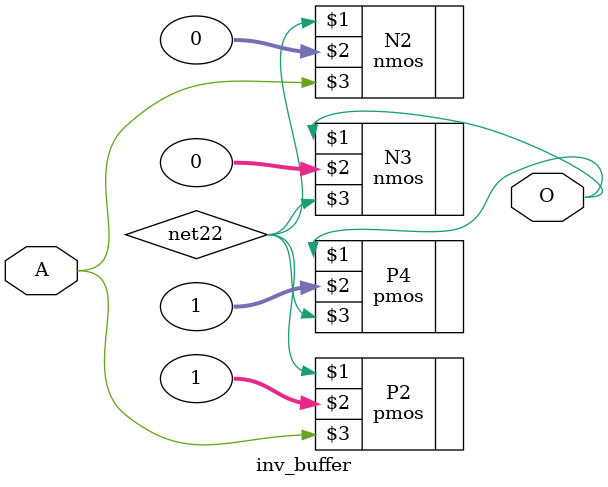
<source format=v>
`timescale 1ns / 1ns 

module inv_buffer ( O, A );
output  O;

input  A;


specify 
    specparam CDS_LIBNAME  = "ece555_final";
    specparam CDS_CELLNAME = "inv_buffer";
    specparam CDS_VIEWNAME = "schematic";
endspecify

pmos P2 ( net22, 1, A);
pmos P4 ( O, 1, net22);
nmos N2 ( net22, 0, A);
nmos N3 ( O, 0, net22);

endmodule

</source>
